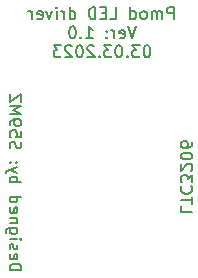
<source format=gbo>
G04 #@! TF.GenerationSoftware,KiCad,Pcbnew,6.0.9-8da3e8f707~116~ubuntu20.04.1*
G04 #@! TF.CreationDate,2023-03-03T20:37:27+01:00*
G04 #@! TF.ProjectId,led_drv_pmod,6c65645f-6472-4765-9f70-6d6f642e6b69,rev?*
G04 #@! TF.SameCoordinates,Original*
G04 #@! TF.FileFunction,Legend,Bot*
G04 #@! TF.FilePolarity,Positive*
%FSLAX46Y46*%
G04 Gerber Fmt 4.6, Leading zero omitted, Abs format (unit mm)*
G04 Created by KiCad (PCBNEW 6.0.9-8da3e8f707~116~ubuntu20.04.1) date 2023-03-03 20:37:27*
%MOMM*%
%LPD*%
G01*
G04 APERTURE LIST*
%ADD10C,0.150000*%
%ADD11R,1.700000X1.700000*%
%ADD12O,1.700000X1.700000*%
%ADD13C,1.800000*%
%ADD14R,1.800000X1.800000*%
%ADD15O,1.800000X1.070000*%
%ADD16R,1.800000X1.070000*%
G04 APERTURE END LIST*
D10*
X94289619Y-72072190D02*
X94289619Y-72548380D01*
X95289619Y-72548380D01*
X95289619Y-71881714D02*
X95289619Y-71310285D01*
X94289619Y-71596000D02*
X95289619Y-71596000D01*
X94384857Y-70405523D02*
X94337238Y-70453142D01*
X94289619Y-70596000D01*
X94289619Y-70691238D01*
X94337238Y-70834095D01*
X94432476Y-70929333D01*
X94527714Y-70976952D01*
X94718190Y-71024571D01*
X94861047Y-71024571D01*
X95051523Y-70976952D01*
X95146761Y-70929333D01*
X95242000Y-70834095D01*
X95289619Y-70691238D01*
X95289619Y-70596000D01*
X95242000Y-70453142D01*
X95194380Y-70405523D01*
X95289619Y-70072190D02*
X95289619Y-69453142D01*
X94908666Y-69786476D01*
X94908666Y-69643619D01*
X94861047Y-69548380D01*
X94813428Y-69500761D01*
X94718190Y-69453142D01*
X94480095Y-69453142D01*
X94384857Y-69500761D01*
X94337238Y-69548380D01*
X94289619Y-69643619D01*
X94289619Y-69929333D01*
X94337238Y-70024571D01*
X94384857Y-70072190D01*
X95194380Y-69072190D02*
X95242000Y-69024571D01*
X95289619Y-68929333D01*
X95289619Y-68691238D01*
X95242000Y-68596000D01*
X95194380Y-68548380D01*
X95099142Y-68500761D01*
X95003904Y-68500761D01*
X94861047Y-68548380D01*
X94289619Y-69119809D01*
X94289619Y-68500761D01*
X95289619Y-67881714D02*
X95289619Y-67786476D01*
X95242000Y-67691238D01*
X95194380Y-67643619D01*
X95099142Y-67596000D01*
X94908666Y-67548380D01*
X94670571Y-67548380D01*
X94480095Y-67596000D01*
X94384857Y-67643619D01*
X94337238Y-67691238D01*
X94289619Y-67786476D01*
X94289619Y-67881714D01*
X94337238Y-67976952D01*
X94384857Y-68024571D01*
X94480095Y-68072190D01*
X94670571Y-68119809D01*
X94908666Y-68119809D01*
X95099142Y-68072190D01*
X95194380Y-68024571D01*
X95242000Y-67976952D01*
X95289619Y-67881714D01*
X95289619Y-66691238D02*
X95289619Y-66881714D01*
X95242000Y-66976952D01*
X95194380Y-67024571D01*
X95051523Y-67119809D01*
X94861047Y-67167428D01*
X94480095Y-67167428D01*
X94384857Y-67119809D01*
X94337238Y-67072190D01*
X94289619Y-66976952D01*
X94289619Y-66786476D01*
X94337238Y-66691238D01*
X94384857Y-66643619D01*
X94480095Y-66596000D01*
X94718190Y-66596000D01*
X94813428Y-66643619D01*
X94861047Y-66691238D01*
X94908666Y-66786476D01*
X94908666Y-66976952D01*
X94861047Y-67072190D01*
X94813428Y-67119809D01*
X94718190Y-67167428D01*
X79811619Y-77532571D02*
X80811619Y-77532571D01*
X80811619Y-77294476D01*
X80764000Y-77151619D01*
X80668761Y-77056380D01*
X80573523Y-77008761D01*
X80383047Y-76961142D01*
X80240190Y-76961142D01*
X80049714Y-77008761D01*
X79954476Y-77056380D01*
X79859238Y-77151619D01*
X79811619Y-77294476D01*
X79811619Y-77532571D01*
X79859238Y-76151619D02*
X79811619Y-76246857D01*
X79811619Y-76437333D01*
X79859238Y-76532571D01*
X79954476Y-76580190D01*
X80335428Y-76580190D01*
X80430666Y-76532571D01*
X80478285Y-76437333D01*
X80478285Y-76246857D01*
X80430666Y-76151619D01*
X80335428Y-76104000D01*
X80240190Y-76104000D01*
X80144952Y-76580190D01*
X79859238Y-75723047D02*
X79811619Y-75627809D01*
X79811619Y-75437333D01*
X79859238Y-75342095D01*
X79954476Y-75294476D01*
X80002095Y-75294476D01*
X80097333Y-75342095D01*
X80144952Y-75437333D01*
X80144952Y-75580190D01*
X80192571Y-75675428D01*
X80287809Y-75723047D01*
X80335428Y-75723047D01*
X80430666Y-75675428D01*
X80478285Y-75580190D01*
X80478285Y-75437333D01*
X80430666Y-75342095D01*
X79811619Y-74865904D02*
X80478285Y-74865904D01*
X80811619Y-74865904D02*
X80764000Y-74913523D01*
X80716380Y-74865904D01*
X80764000Y-74818285D01*
X80811619Y-74865904D01*
X80716380Y-74865904D01*
X80478285Y-73961142D02*
X79668761Y-73961142D01*
X79573523Y-74008761D01*
X79525904Y-74056380D01*
X79478285Y-74151619D01*
X79478285Y-74294476D01*
X79525904Y-74389714D01*
X79859238Y-73961142D02*
X79811619Y-74056380D01*
X79811619Y-74246857D01*
X79859238Y-74342095D01*
X79906857Y-74389714D01*
X80002095Y-74437333D01*
X80287809Y-74437333D01*
X80383047Y-74389714D01*
X80430666Y-74342095D01*
X80478285Y-74246857D01*
X80478285Y-74056380D01*
X80430666Y-73961142D01*
X80478285Y-73484952D02*
X79811619Y-73484952D01*
X80383047Y-73484952D02*
X80430666Y-73437333D01*
X80478285Y-73342095D01*
X80478285Y-73199238D01*
X80430666Y-73104000D01*
X80335428Y-73056380D01*
X79811619Y-73056380D01*
X79859238Y-72199238D02*
X79811619Y-72294476D01*
X79811619Y-72484952D01*
X79859238Y-72580190D01*
X79954476Y-72627809D01*
X80335428Y-72627809D01*
X80430666Y-72580190D01*
X80478285Y-72484952D01*
X80478285Y-72294476D01*
X80430666Y-72199238D01*
X80335428Y-72151619D01*
X80240190Y-72151619D01*
X80144952Y-72627809D01*
X79811619Y-71294476D02*
X80811619Y-71294476D01*
X79859238Y-71294476D02*
X79811619Y-71389714D01*
X79811619Y-71580190D01*
X79859238Y-71675428D01*
X79906857Y-71723047D01*
X80002095Y-71770666D01*
X80287809Y-71770666D01*
X80383047Y-71723047D01*
X80430666Y-71675428D01*
X80478285Y-71580190D01*
X80478285Y-71389714D01*
X80430666Y-71294476D01*
X79811619Y-70056380D02*
X80811619Y-70056380D01*
X80430666Y-70056380D02*
X80478285Y-69961142D01*
X80478285Y-69770666D01*
X80430666Y-69675428D01*
X80383047Y-69627809D01*
X80287809Y-69580190D01*
X80002095Y-69580190D01*
X79906857Y-69627809D01*
X79859238Y-69675428D01*
X79811619Y-69770666D01*
X79811619Y-69961142D01*
X79859238Y-70056380D01*
X80478285Y-69246857D02*
X79811619Y-69008761D01*
X80478285Y-68770666D02*
X79811619Y-69008761D01*
X79573523Y-69104000D01*
X79525904Y-69151619D01*
X79478285Y-69246857D01*
X79906857Y-68389714D02*
X79859238Y-68342095D01*
X79811619Y-68389714D01*
X79859238Y-68437333D01*
X79906857Y-68389714D01*
X79811619Y-68389714D01*
X80430666Y-68389714D02*
X80383047Y-68342095D01*
X80335428Y-68389714D01*
X80383047Y-68437333D01*
X80430666Y-68389714D01*
X80335428Y-68389714D01*
X79859238Y-67199238D02*
X79811619Y-67056380D01*
X79811619Y-66818285D01*
X79859238Y-66723047D01*
X79906857Y-66675428D01*
X80002095Y-66627809D01*
X80097333Y-66627809D01*
X80192571Y-66675428D01*
X80240190Y-66723047D01*
X80287809Y-66818285D01*
X80335428Y-67008761D01*
X80383047Y-67104000D01*
X80430666Y-67151619D01*
X80525904Y-67199238D01*
X80621142Y-67199238D01*
X80716380Y-67151619D01*
X80764000Y-67104000D01*
X80811619Y-67008761D01*
X80811619Y-66770666D01*
X80764000Y-66627809D01*
X80811619Y-65723047D02*
X80811619Y-66199238D01*
X80335428Y-66246857D01*
X80383047Y-66199238D01*
X80430666Y-66104000D01*
X80430666Y-65865904D01*
X80383047Y-65770666D01*
X80335428Y-65723047D01*
X80240190Y-65675428D01*
X80002095Y-65675428D01*
X79906857Y-65723047D01*
X79859238Y-65770666D01*
X79811619Y-65865904D01*
X79811619Y-66104000D01*
X79859238Y-66199238D01*
X79906857Y-66246857D01*
X79811619Y-65199238D02*
X79811619Y-65008761D01*
X79859238Y-64913523D01*
X79906857Y-64865904D01*
X80049714Y-64770666D01*
X80240190Y-64723047D01*
X80621142Y-64723047D01*
X80716380Y-64770666D01*
X80764000Y-64818285D01*
X80811619Y-64913523D01*
X80811619Y-65104000D01*
X80764000Y-65199238D01*
X80716380Y-65246857D01*
X80621142Y-65294476D01*
X80383047Y-65294476D01*
X80287809Y-65246857D01*
X80240190Y-65199238D01*
X80192571Y-65104000D01*
X80192571Y-64913523D01*
X80240190Y-64818285D01*
X80287809Y-64770666D01*
X80383047Y-64723047D01*
X79811619Y-64294476D02*
X80811619Y-64294476D01*
X80097333Y-63961142D01*
X80811619Y-63627809D01*
X79811619Y-63627809D01*
X80811619Y-63246857D02*
X80811619Y-62580190D01*
X79811619Y-63246857D01*
X79811619Y-62580190D01*
X93701428Y-56246380D02*
X93701428Y-55246380D01*
X93320476Y-55246380D01*
X93225238Y-55294000D01*
X93177619Y-55341619D01*
X93130000Y-55436857D01*
X93130000Y-55579714D01*
X93177619Y-55674952D01*
X93225238Y-55722571D01*
X93320476Y-55770190D01*
X93701428Y-55770190D01*
X92701428Y-56246380D02*
X92701428Y-55579714D01*
X92701428Y-55674952D02*
X92653809Y-55627333D01*
X92558571Y-55579714D01*
X92415714Y-55579714D01*
X92320476Y-55627333D01*
X92272857Y-55722571D01*
X92272857Y-56246380D01*
X92272857Y-55722571D02*
X92225238Y-55627333D01*
X92130000Y-55579714D01*
X91987142Y-55579714D01*
X91891904Y-55627333D01*
X91844285Y-55722571D01*
X91844285Y-56246380D01*
X91225238Y-56246380D02*
X91320476Y-56198761D01*
X91368095Y-56151142D01*
X91415714Y-56055904D01*
X91415714Y-55770190D01*
X91368095Y-55674952D01*
X91320476Y-55627333D01*
X91225238Y-55579714D01*
X91082380Y-55579714D01*
X90987142Y-55627333D01*
X90939523Y-55674952D01*
X90891904Y-55770190D01*
X90891904Y-56055904D01*
X90939523Y-56151142D01*
X90987142Y-56198761D01*
X91082380Y-56246380D01*
X91225238Y-56246380D01*
X90034761Y-56246380D02*
X90034761Y-55246380D01*
X90034761Y-56198761D02*
X90130000Y-56246380D01*
X90320476Y-56246380D01*
X90415714Y-56198761D01*
X90463333Y-56151142D01*
X90510952Y-56055904D01*
X90510952Y-55770190D01*
X90463333Y-55674952D01*
X90415714Y-55627333D01*
X90320476Y-55579714D01*
X90130000Y-55579714D01*
X90034761Y-55627333D01*
X88320476Y-56246380D02*
X88796666Y-56246380D01*
X88796666Y-55246380D01*
X87987142Y-55722571D02*
X87653809Y-55722571D01*
X87510952Y-56246380D02*
X87987142Y-56246380D01*
X87987142Y-55246380D01*
X87510952Y-55246380D01*
X87082380Y-56246380D02*
X87082380Y-55246380D01*
X86844285Y-55246380D01*
X86701428Y-55294000D01*
X86606190Y-55389238D01*
X86558571Y-55484476D01*
X86510952Y-55674952D01*
X86510952Y-55817809D01*
X86558571Y-56008285D01*
X86606190Y-56103523D01*
X86701428Y-56198761D01*
X86844285Y-56246380D01*
X87082380Y-56246380D01*
X84891904Y-56246380D02*
X84891904Y-55246380D01*
X84891904Y-56198761D02*
X84987142Y-56246380D01*
X85177619Y-56246380D01*
X85272857Y-56198761D01*
X85320476Y-56151142D01*
X85368095Y-56055904D01*
X85368095Y-55770190D01*
X85320476Y-55674952D01*
X85272857Y-55627333D01*
X85177619Y-55579714D01*
X84987142Y-55579714D01*
X84891904Y-55627333D01*
X84415714Y-56246380D02*
X84415714Y-55579714D01*
X84415714Y-55770190D02*
X84368095Y-55674952D01*
X84320476Y-55627333D01*
X84225238Y-55579714D01*
X84130000Y-55579714D01*
X83796666Y-56246380D02*
X83796666Y-55579714D01*
X83796666Y-55246380D02*
X83844285Y-55294000D01*
X83796666Y-55341619D01*
X83749047Y-55294000D01*
X83796666Y-55246380D01*
X83796666Y-55341619D01*
X83415714Y-55579714D02*
X83177619Y-56246380D01*
X82939523Y-55579714D01*
X82177619Y-56198761D02*
X82272857Y-56246380D01*
X82463333Y-56246380D01*
X82558571Y-56198761D01*
X82606190Y-56103523D01*
X82606190Y-55722571D01*
X82558571Y-55627333D01*
X82463333Y-55579714D01*
X82272857Y-55579714D01*
X82177619Y-55627333D01*
X82130000Y-55722571D01*
X82130000Y-55817809D01*
X82606190Y-55913047D01*
X81701428Y-56246380D02*
X81701428Y-55579714D01*
X81701428Y-55770190D02*
X81653809Y-55674952D01*
X81606190Y-55627333D01*
X81510952Y-55579714D01*
X81415714Y-55579714D01*
X90510952Y-56856380D02*
X90177619Y-57856380D01*
X89844285Y-56856380D01*
X89130000Y-57808761D02*
X89225238Y-57856380D01*
X89415714Y-57856380D01*
X89510952Y-57808761D01*
X89558571Y-57713523D01*
X89558571Y-57332571D01*
X89510952Y-57237333D01*
X89415714Y-57189714D01*
X89225238Y-57189714D01*
X89130000Y-57237333D01*
X89082380Y-57332571D01*
X89082380Y-57427809D01*
X89558571Y-57523047D01*
X88653809Y-57856380D02*
X88653809Y-57189714D01*
X88653809Y-57380190D02*
X88606190Y-57284952D01*
X88558571Y-57237333D01*
X88463333Y-57189714D01*
X88368095Y-57189714D01*
X88034761Y-57761142D02*
X87987142Y-57808761D01*
X88034761Y-57856380D01*
X88082380Y-57808761D01*
X88034761Y-57761142D01*
X88034761Y-57856380D01*
X88034761Y-57237333D02*
X87987142Y-57284952D01*
X88034761Y-57332571D01*
X88082380Y-57284952D01*
X88034761Y-57237333D01*
X88034761Y-57332571D01*
X86272857Y-57856380D02*
X86844285Y-57856380D01*
X86558571Y-57856380D02*
X86558571Y-56856380D01*
X86653809Y-56999238D01*
X86749047Y-57094476D01*
X86844285Y-57142095D01*
X85844285Y-57761142D02*
X85796666Y-57808761D01*
X85844285Y-57856380D01*
X85891904Y-57808761D01*
X85844285Y-57761142D01*
X85844285Y-57856380D01*
X85177619Y-56856380D02*
X85082380Y-56856380D01*
X84987142Y-56904000D01*
X84939523Y-56951619D01*
X84891904Y-57046857D01*
X84844285Y-57237333D01*
X84844285Y-57475428D01*
X84891904Y-57665904D01*
X84939523Y-57761142D01*
X84987142Y-57808761D01*
X85082380Y-57856380D01*
X85177619Y-57856380D01*
X85272857Y-57808761D01*
X85320476Y-57761142D01*
X85368095Y-57665904D01*
X85415714Y-57475428D01*
X85415714Y-57237333D01*
X85368095Y-57046857D01*
X85320476Y-56951619D01*
X85272857Y-56904000D01*
X85177619Y-56856380D01*
X91487142Y-58466380D02*
X91391904Y-58466380D01*
X91296666Y-58514000D01*
X91249047Y-58561619D01*
X91201428Y-58656857D01*
X91153809Y-58847333D01*
X91153809Y-59085428D01*
X91201428Y-59275904D01*
X91249047Y-59371142D01*
X91296666Y-59418761D01*
X91391904Y-59466380D01*
X91487142Y-59466380D01*
X91582380Y-59418761D01*
X91630000Y-59371142D01*
X91677619Y-59275904D01*
X91725238Y-59085428D01*
X91725238Y-58847333D01*
X91677619Y-58656857D01*
X91630000Y-58561619D01*
X91582380Y-58514000D01*
X91487142Y-58466380D01*
X90820476Y-58466380D02*
X90201428Y-58466380D01*
X90534761Y-58847333D01*
X90391904Y-58847333D01*
X90296666Y-58894952D01*
X90249047Y-58942571D01*
X90201428Y-59037809D01*
X90201428Y-59275904D01*
X90249047Y-59371142D01*
X90296666Y-59418761D01*
X90391904Y-59466380D01*
X90677619Y-59466380D01*
X90772857Y-59418761D01*
X90820476Y-59371142D01*
X89772857Y-59371142D02*
X89725238Y-59418761D01*
X89772857Y-59466380D01*
X89820476Y-59418761D01*
X89772857Y-59371142D01*
X89772857Y-59466380D01*
X89106190Y-58466380D02*
X89010952Y-58466380D01*
X88915714Y-58514000D01*
X88868095Y-58561619D01*
X88820476Y-58656857D01*
X88772857Y-58847333D01*
X88772857Y-59085428D01*
X88820476Y-59275904D01*
X88868095Y-59371142D01*
X88915714Y-59418761D01*
X89010952Y-59466380D01*
X89106190Y-59466380D01*
X89201428Y-59418761D01*
X89249047Y-59371142D01*
X89296666Y-59275904D01*
X89344285Y-59085428D01*
X89344285Y-58847333D01*
X89296666Y-58656857D01*
X89249047Y-58561619D01*
X89201428Y-58514000D01*
X89106190Y-58466380D01*
X88439523Y-58466380D02*
X87820476Y-58466380D01*
X88153809Y-58847333D01*
X88010952Y-58847333D01*
X87915714Y-58894952D01*
X87868095Y-58942571D01*
X87820476Y-59037809D01*
X87820476Y-59275904D01*
X87868095Y-59371142D01*
X87915714Y-59418761D01*
X88010952Y-59466380D01*
X88296666Y-59466380D01*
X88391904Y-59418761D01*
X88439523Y-59371142D01*
X87391904Y-59371142D02*
X87344285Y-59418761D01*
X87391904Y-59466380D01*
X87439523Y-59418761D01*
X87391904Y-59371142D01*
X87391904Y-59466380D01*
X86963333Y-58561619D02*
X86915714Y-58514000D01*
X86820476Y-58466380D01*
X86582380Y-58466380D01*
X86487142Y-58514000D01*
X86439523Y-58561619D01*
X86391904Y-58656857D01*
X86391904Y-58752095D01*
X86439523Y-58894952D01*
X87010952Y-59466380D01*
X86391904Y-59466380D01*
X85772857Y-58466380D02*
X85677619Y-58466380D01*
X85582380Y-58514000D01*
X85534761Y-58561619D01*
X85487142Y-58656857D01*
X85439523Y-58847333D01*
X85439523Y-59085428D01*
X85487142Y-59275904D01*
X85534761Y-59371142D01*
X85582380Y-59418761D01*
X85677619Y-59466380D01*
X85772857Y-59466380D01*
X85868095Y-59418761D01*
X85915714Y-59371142D01*
X85963333Y-59275904D01*
X86010952Y-59085428D01*
X86010952Y-58847333D01*
X85963333Y-58656857D01*
X85915714Y-58561619D01*
X85868095Y-58514000D01*
X85772857Y-58466380D01*
X85058571Y-58561619D02*
X85010952Y-58514000D01*
X84915714Y-58466380D01*
X84677619Y-58466380D01*
X84582380Y-58514000D01*
X84534761Y-58561619D01*
X84487142Y-58656857D01*
X84487142Y-58752095D01*
X84534761Y-58894952D01*
X85106190Y-59466380D01*
X84487142Y-59466380D01*
X84153809Y-58466380D02*
X83534761Y-58466380D01*
X83868095Y-58847333D01*
X83725238Y-58847333D01*
X83630000Y-58894952D01*
X83582380Y-58942571D01*
X83534761Y-59037809D01*
X83534761Y-59275904D01*
X83582380Y-59371142D01*
X83630000Y-59418761D01*
X83725238Y-59466380D01*
X84010952Y-59466380D01*
X84106190Y-59418761D01*
X84153809Y-59371142D01*
%LPC*%
D11*
X81280000Y-48260000D03*
D12*
X81280000Y-45720000D03*
X83820000Y-48260000D03*
X83820000Y-45720000D03*
X86360000Y-48260000D03*
X86360000Y-45720000D03*
X88900000Y-48260000D03*
X88900000Y-45720000D03*
X91440000Y-48260000D03*
X91440000Y-45720000D03*
X93980000Y-48260000D03*
X93980000Y-45720000D03*
D13*
X91440000Y-77190000D03*
D14*
X91440000Y-79730000D03*
D13*
X83820000Y-61950000D03*
D14*
X83820000Y-64490000D03*
D13*
X83820000Y-67030000D03*
D14*
X83820000Y-69570000D03*
D13*
X91440000Y-72110000D03*
D14*
X91440000Y-74650000D03*
D13*
X83820000Y-72110000D03*
D14*
X83820000Y-74650000D03*
D13*
X83820000Y-77190000D03*
D14*
X83820000Y-79730000D03*
D13*
X91440000Y-67030000D03*
D14*
X91440000Y-69570000D03*
D13*
X91440000Y-61950000D03*
D14*
X91440000Y-64490000D03*
D15*
X87630000Y-83540000D03*
X87630000Y-84810000D03*
X87630000Y-86080000D03*
D16*
X87630000Y-87350000D03*
M02*

</source>
